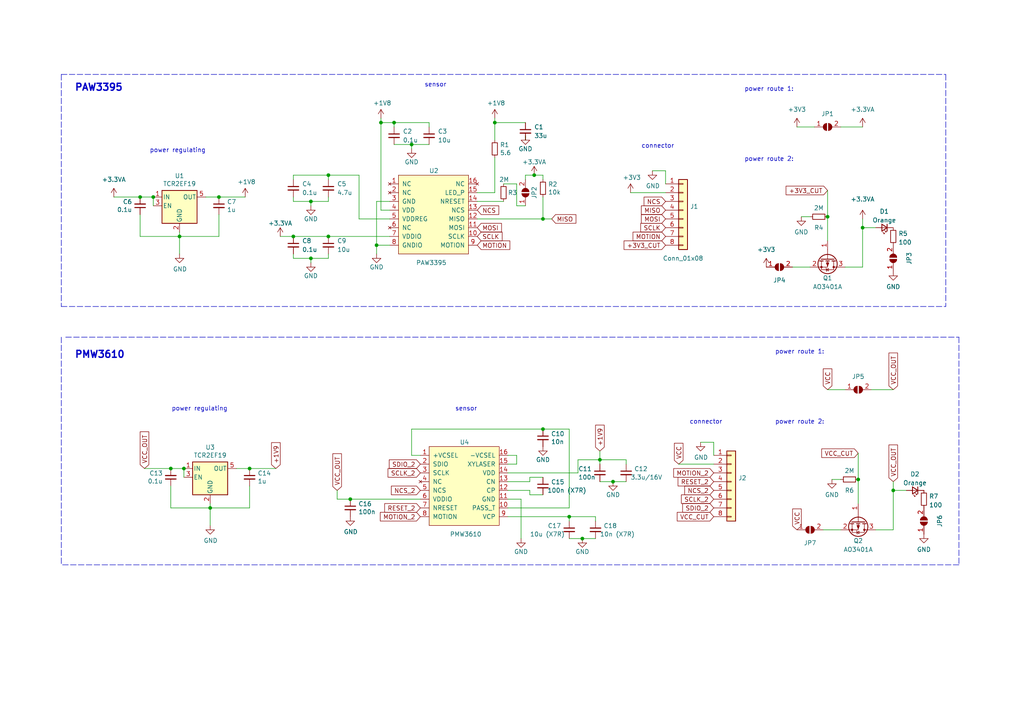
<source format=kicad_sch>
(kicad_sch (version 20211123) (generator eeschema)
  (paper "A4")
  (lib_symbols
    (symbol "Connector_Generic:Conn_01x08" (pin_names (offset 1.016) hide)
      (property "Reference" "J" (at 0 10.16 0))
      (property "Value" "Conn_01x08" (at 0 -12.7 0))
      (symbol "Conn_01x08_1_1"
        (rectangle (start -1.27 -10.033) (end 0 -10.287) (stroke (width 0.1524)))
        (rectangle (start -1.27 -7.493) (end 0 -7.747) (stroke (width 0.1524)))
        (rectangle (start -1.27 -4.953) (end 0 -5.207) (stroke (width 0.1524)))
        (rectangle (start -1.27 -2.413) (end 0 -2.667) (stroke (width 0.1524)))
        (rectangle (start -1.27 0.127) (end 0 -0.127) (stroke (width 0.1524)))
        (rectangle (start -1.27 2.667) (end 0 2.413) (stroke (width 0.1524)))
        (rectangle (start -1.27 5.207) (end 0 4.953) (stroke (width 0.1524)))
        (rectangle (start -1.27 7.747) (end 0 7.493) (stroke (width 0.1524)))
        (rectangle (start -1.27 8.89) (end 1.27 -11.43) (stroke (width 0.254)) (fill (type background)))
        (pin passive line (at -5.08 7.62 0) (length 3.81) (name "Pin_1") (number "1"))
        (pin passive line (at -5.08 5.08 0) (length 3.81) (name "Pin_2") (number "2"))
        (pin passive line (at -5.08 2.54 0) (length 3.81) (name "Pin_3") (number "3"))
        (pin passive line (at -5.08 0 0) (length 3.81) (name "Pin_4") (number "4"))
        (pin passive line (at -5.08 -2.54 0) (length 3.81) (name "Pin_5") (number "5"))
        (pin passive line (at -5.08 -5.08 0) (length 3.81) (name "Pin_6") (number "6"))
        (pin passive line (at -5.08 -7.62 0) (length 3.81) (name "Pin_7") (number "7"))
        (pin passive line (at -5.08 -10.16 0) (length 3.81) (name "Pin_8") (number "8"))
      )
    )
    (symbol "Device:C_Small" (pin_numbers hide) (pin_names (offset 0.254) hide)
      (property "Reference" "C" (at 0.254 1.778 0))
      (property "Value" "C_Small" (at 0.254 -2.032 0))
      (symbol "C_Small_0_1"
        (polyline (pts (xy -1.524 -0.508) (xy 1.524 -0.508)) (stroke (width 0.3302)))
        (polyline (pts (xy -1.524 0.508) (xy 1.524 0.508)) (stroke (width 0.3048)))
      )
      (symbol "C_Small_1_1"
        (pin passive line (at 0 2.54 270) (length 2.032) (name "~") (number "1"))
        (pin passive line (at 0 -2.54 90) (length 2.032) (name "~") (number "2"))
      )
    )
    (symbol "Device:LED_Small" (pin_numbers hide) (pin_names (offset 0.254) hide)
      (property "Reference" "D" (at -1.27 3.175 0))
      (property "Value" "LED_Small" (at -4.445 -2.54 0))
      (symbol "LED_Small_0_1"
        (polyline (pts (xy -0.762 -1.016) (xy -0.762 1.016)) (stroke (width 0.254)))
        (polyline (pts (xy 1.016 0) (xy -0.762 0)))
        (polyline (pts (xy 0.762 -1.016) (xy -0.762 0) (xy 0.762 1.016) (xy 0.762 -1.016)) (stroke (width 0.254)))
        (polyline (pts (xy 0 0.762) (xy -0.508 1.27) (xy -0.254 1.27) (xy -0.508 1.27) (xy -0.508 1.016)))
        (polyline (pts (xy 0.508 1.27) (xy 0 1.778) (xy 0.254 1.778) (xy 0 1.778) (xy 0 1.524)))
      )
      (symbol "LED_Small_1_1"
        (pin passive line (at -2.54 0 0) (length 1.778) (name "K") (number "1"))
        (pin passive line (at 2.54 0 180) (length 1.778) (name "A") (number "2"))
      )
    )
    (symbol "Device:R_Small" (pin_numbers hide) (pin_names (offset 0.254) hide)
      (property "Reference" "R" (at 0.762 0.508 0))
      (property "Value" "R_Small" (at 0.762 -1.016 0))
      (symbol "R_Small_0_1"
        (rectangle (start -0.762 1.778) (end 0.762 -1.778) (stroke (width 0.2032)))
      )
      (symbol "R_Small_1_1"
        (pin passive line (at 0 2.54 270) (length 0.762) (name "~") (number "1"))
        (pin passive line (at 0 -2.54 90) (length 0.762) (name "~") (number "2"))
      )
    )
    (symbol "Jumper:SolderJumper_2_Open" (pin_names (offset 0) hide)
      (property "Reference" "JP" (at 0 2.032 0))
      (property "Value" "SolderJumper_2_Open" (at 0 -2.54 0))
      (symbol "SolderJumper_2_Open_0_1"
        (arc (start -0.254 1.016) (mid -1.27 0) (end -0.254 -1.016))
        (arc (start -0.254 1.016) (mid -1.27 0) (end -0.254 -1.016) (fill (type outline)))
        (polyline (pts (xy -0.254 1.016) (xy -0.254 -1.016)))
        (polyline (pts (xy 0.254 1.016) (xy 0.254 -1.016)))
        (arc (start 0.254 -1.016) (mid 1.27 0) (end 0.254 1.016))
        (arc (start 0.254 -1.016) (mid 1.27 0) (end 0.254 1.016) (fill (type outline)))
      )
      (symbol "SolderJumper_2_Open_1_1"
        (pin passive line (at -3.81 0 0) (length 2.54) (name "A") (number "1"))
        (pin passive line (at 3.81 0 180) (length 2.54) (name "B") (number "2"))
      )
    )
    (symbol "Regulator_Linear:TLV70218_SOT23-5" (pin_names (offset 0.254))
      (property "Reference" "U" (at -3.81 5.715 0))
      (property "Value" "TLV70218_SOT23-5" (at 0 5.715 0))
      (symbol "TLV70218_SOT23-5_0_1"
        (rectangle (start -5.08 4.445) (end 5.08 -5.08) (stroke (width 0.254)) (fill (type background)))
      )
      (symbol "TLV70218_SOT23-5_1_1"
        (pin power_in line (at -7.62 2.54 0) (length 2.54) (name "IN") (number "1"))
        (pin power_in line (at 0 -7.62 90) (length 2.54) (name "GND") (number "2"))
        (pin input line (at -7.62 0 0) (length 2.54) (name "EN") (number "3"))
        (pin no_connect line (at 5.08 0 180) (length 2.54) hide (name "NC") (number "4"))
        (pin power_out line (at 7.62 2.54 180) (length 2.54) (name "OUT") (number "5"))
      )
    )
    (symbol "Transistor_FET:AO3401A" (pin_names hide)
      (property "Reference" "Q" (at 5.08 1.905 0))
      (property "Value" "AO3401A" (at 5.08 0 0))
      (symbol "AO3401A_0_1"
        (polyline (pts (xy 0.254 0) (xy -2.54 0)))
        (polyline (pts (xy 0.254 1.905) (xy 0.254 -1.905)) (stroke (width 0.254)))
        (polyline (pts (xy 0.762 -1.27) (xy 0.762 -2.286)) (stroke (width 0.254)))
        (polyline (pts (xy 0.762 0.508) (xy 0.762 -0.508)) (stroke (width 0.254)))
        (polyline (pts (xy 0.762 2.286) (xy 0.762 1.27)) (stroke (width 0.254)))
        (polyline (pts (xy 2.54 2.54) (xy 2.54 1.778)))
        (polyline (pts (xy 2.54 -2.54) (xy 2.54 0) (xy 0.762 0)))
        (polyline (pts (xy 0.762 1.778) (xy 3.302 1.778) (xy 3.302 -1.778) (xy 0.762 -1.778)))
        (polyline (pts (xy 2.286 0) (xy 1.27 0.381) (xy 1.27 -0.381) (xy 2.286 0)) (fill (type outline)))
        (polyline (pts (xy 2.794 -0.508) (xy 2.921 -0.381) (xy 3.683 -0.381) (xy 3.81 -0.254)))
        (polyline (pts (xy 3.302 -0.381) (xy 2.921 0.254) (xy 3.683 0.254) (xy 3.302 -0.381)))
        (circle (center 1.651 0) (radius 2.794) (stroke (width 0.254)))
        (circle (center 2.54 -1.778) (radius 0.254) (fill (type outline)))
        (circle (center 2.54 1.778) (radius 0.254) (fill (type outline)))
      )
      (symbol "AO3401A_1_1"
        (pin input line (at -5.08 0 0) (length 2.54) (name "G") (number "1"))
        (pin passive line (at 2.54 -5.08 90) (length 2.54) (name "S") (number "2"))
        (pin passive line (at 2.54 5.08 270) (length 2.54) (name "D") (number "3"))
      )
    )
    (symbol "mysymbol:PAW3395" (pin_names (offset 1.016))
      (property "Reference" "U?" (at -1.27 17.78 0))
      (property "Value" "PAW3395" (at 10.16 -12.7 0))
      (symbol "PAW3395_0_0"
        (pin no_connect line (at -12.7 10.16 0) (length 2.54) (name "NC") (number "1"))
        (pin unspecified line (at 12.7 -5.08 180) (length 2.54) (name "SCLK") (number "10"))
        (pin unspecified line (at 12.7 -2.54 180) (length 2.54) (name "MOSI") (number "11"))
        (pin unspecified line (at 12.7 0 180) (length 2.54) (name "MISO") (number "12"))
        (pin unspecified line (at 12.7 2.54 180) (length 2.54) (name "NCS") (number "13"))
        (pin unspecified line (at 12.7 5.08 180) (length 2.54) (name "NRESET") (number "14"))
        (pin unspecified line (at 12.7 7.62 180) (length 2.54) (name "LED_P") (number "15"))
        (pin no_connect line (at 12.7 10.16 180) (length 2.54) (name "NC") (number "16"))
        (pin no_connect line (at -12.7 7.62 0) (length 2.54) (name "NC") (number "2"))
        (pin unspecified line (at -12.7 5.08 0) (length 2.54) (name "GND") (number "3"))
        (pin unspecified line (at -12.7 2.54 0) (length 2.54) (name "VDD") (number "4"))
        (pin unspecified line (at -12.7 0 0) (length 2.54) (name "VDDREG") (number "5"))
        (pin no_connect line (at -12.7 -2.54 0) (length 2.54) (name "NC") (number "6"))
        (pin unspecified line (at -12.7 -5.08 0) (length 2.54) (name "VDDIO") (number "7"))
        (pin unspecified line (at -12.7 -7.62 0) (length 2.54) (name "GNDIO") (number "8"))
        (pin unspecified line (at 12.7 -7.62 180) (length 2.54) (name "MOTION") (number "9"))
      )
      (symbol "PAW3395_0_1"
        (rectangle (start -10.16 12.7) (end 10.16 -10.16) (fill (type background)))
      )
    )
    (symbol "mysymbol:PMW3610" (pin_names (offset 1.016))
      (property "Reference" "U?" (at -1.27 17.78 0))
      (property "Value" "PMW3610" (at 10.16 -12.7 0))
      (symbol "PMW3610_0_0"
        (pin input line (at -12.7 10.16 0) (length 2.54) (name "+VCSEL") (number "1"))
        (pin unspecified line (at 12.7 -5.08 180) (length 2.54) (name "PASS_T") (number "10"))
        (pin input line (at 12.7 -2.54 180) (length 2.54) (name "GND") (number "11"))
        (pin unspecified line (at 12.7 0 180) (length 2.54) (name "CP") (number "12"))
        (pin unspecified line (at 12.7 2.54 180) (length 2.54) (name "CN") (number "13"))
        (pin power_in line (at 12.7 5.08 180) (length 2.54) (name "VDD") (number "14"))
        (pin input line (at 12.7 7.62 180) (length 2.54) (name "XYLASER") (number "15"))
        (pin unspecified line (at 12.7 10.16 180) (length 2.54) (name "-VCSEL") (number "16"))
        (pin bidirectional line (at -12.7 7.62 0) (length 2.54) (name "SDIO") (number "2"))
        (pin input line (at -12.7 5.08 0) (length 2.54) (name "SCLK") (number "3"))
        (pin no_connect line (at -12.7 2.54 0) (length 2.54) (name "NC") (number "4"))
        (pin input line (at -12.7 0 0) (length 2.54) (name "NCS") (number "5"))
        (pin input line (at -12.7 -2.54 0) (length 2.54) (name "VDDIO") (number "6"))
        (pin input line (at -12.7 -5.08 0) (length 2.54) (name "NRESET") (number "7"))
        (pin output line (at -12.7 -7.62 0) (length 2.54) (name "MOTION") (number "8"))
        (pin unspecified line (at 12.7 -7.62 180) (length 2.54) (name "VCP") (number "9"))
      )
      (symbol "PMW3610_0_1"
        (rectangle (start -10.16 12.7) (end 10.16 -10.16) (fill (type background)))
      )
    )
    (symbol "power:+1V8" (power) (pin_names (offset 0))
      (property "Value" "+1V8" (at 0 3.556 0))
      (symbol "+1V8_0_1"
        (polyline (pts (xy -0.762 1.27) (xy 0 2.54)))
        (polyline (pts (xy 0 0) (xy 0 2.54)))
        (polyline (pts (xy 0 2.54) (xy 0.762 1.27)))
      )
      (symbol "+1V8_1_1"
        (pin power_in line (at 0 0 90) (length 0) hide (name "+1V8") (number "1"))
      )
    )
    (symbol "power:+3.3VA" (power) (pin_names (offset 0))
      (property "Value" "+3.3VA" (at 0 3.556 0))
      (symbol "+3.3VA_0_1"
        (polyline (pts (xy -0.762 1.27) (xy 0 2.54)))
        (polyline (pts (xy 0 0) (xy 0 2.54)))
        (polyline (pts (xy 0 2.54) (xy 0.762 1.27)))
      )
      (symbol "+3.3VA_1_1"
        (pin power_in line (at 0 0 90) (length 0) hide (name "+3.3VA") (number "1"))
      )
    )
    (symbol "power:+3V3" (power) (pin_names (offset 0))
      (property "Value" "+3V3" (at 0 3.556 0))
      (symbol "+3V3_0_1"
        (polyline (pts (xy -0.762 1.27) (xy 0 2.54)))
        (polyline (pts (xy 0 0) (xy 0 2.54)))
        (polyline (pts (xy 0 2.54) (xy 0.762 1.27)))
      )
      (symbol "+3V3_1_1"
        (pin power_in line (at 0 0 90) (length 0) hide (name "+3V3") (number "1"))
      )
    )
    (symbol "power:GND" (power) (pin_names (offset 0))
      (property "Value" "GND" (at 0 -3.81 0))
      (symbol "GND_0_1"
        (polyline (pts (xy 0 0) (xy 0 -1.27) (xy 1.27 -1.27) (xy 0 -2.54) (xy -1.27 -1.27) (xy 0 -1.27)))
      )
      (symbol "GND_1_1"
        (pin power_in line (at 0 0 270) (length 0) hide (name "GND") (number "1"))
      )
    )
  )
  (junction (at 240.03 62.865))
  (junction (at 90.17 58.42))
  (junction (at 177.8 139.7))
  (junction (at 157.48 124.46))
  (junction (at 259.08 142.24))
  (junction (at 60.96 147.32))
  (junction (at 119.38 41.91))
  (junction (at 157.48 63.5))
  (junction (at 101.6 144.78))
  (junction (at 90.17 74.93))
  (junction (at 49.53 135.89))
  (junction (at 53.34 135.89))
  (junction (at 52.07 68.58))
  (junction (at 168.91 156.21))
  (junction (at 248.92 139.065))
  (junction (at 44.45 57.15))
  (junction (at 72.39 135.89))
  (junction (at 40.64 57.15))
  (junction (at 110.49 35.56))
  (junction (at 143.51 35.56))
  (junction (at 95.25 50.8))
  (junction (at 109.22 71.12))
  (junction (at 63.5 57.15))
  (junction (at 85.09 68.58))
  (junction (at 95.25 68.58))
  (junction (at 250.19 66.04))
  (junction (at 114.3 35.56))
  (junction (at 165.1 149.86))
  (junction (at 173.99 133.35))
  (junction (at 154.94 50.8))
  (wire (pts (xy 110.49 35.56) (xy 110.49 60.96)))
  (wire (pts (xy 167.64 133.35) (xy 173.99 133.35)))
  (wire (pts (xy 165.1 147.32) (xy 165.1 124.46)))
  (wire (pts (xy 250.19 66.04) (xy 250.19 77.47)))
  (wire (pts (xy 109.22 71.12) (xy 113.03 71.12)))
  (wire (pts (xy 149.86 53.34) (xy 149.86 59.69)))
  (wire (pts (xy 40.64 57.15) (xy 44.45 57.15)))
  (wire (pts (xy 85.09 68.58) (xy 95.25 68.58)))
  (wire (pts (xy 119.38 41.91) (xy 124.46 41.91)))
  (wire (pts (xy 85.09 74.93) (xy 90.17 74.93)))
  (wire (pts (xy 49.53 147.32) (xy 60.96 147.32)))
  (wire (pts (xy 157.48 52.07) (xy 157.48 50.8)))
  (wire (pts (xy 259.08 139.7) (xy 259.08 142.24)))
  (wire (pts (xy 60.96 146.05) (xy 60.96 147.32)))
  (wire (pts (xy 157.48 124.46) (xy 119.38 124.46)))
  (polyline (pts (xy 17.78 21.59) (xy 17.78 88.9)))
  (wire (pts (xy 72.39 140.97) (xy 72.39 147.32)))
  (wire (pts (xy 85.09 58.42) (xy 90.17 58.42)))
  (wire (pts (xy 248.92 131.445) (xy 248.92 139.065)))
  (wire (pts (xy 147.32 137.16) (xy 167.64 137.16)))
  (wire (pts (xy 165.1 124.46) (xy 157.48 124.46)))
  (wire (pts (xy 90.17 74.93) (xy 90.17 76.2)))
  (wire (pts (xy 113.03 60.96) (xy 110.49 60.96)))
  (wire (pts (xy 147.32 149.86) (xy 165.1 149.86)))
  (polyline (pts (xy 17.78 88.9) (xy 274.32 88.9)))
  (wire (pts (xy 240.03 55.245) (xy 240.03 62.865)))
  (wire (pts (xy 152.4 50.8) (xy 154.94 50.8)))
  (wire (pts (xy 119.38 132.08) (xy 121.92 132.08)))
  (wire (pts (xy 240.03 62.865) (xy 240.03 69.85)))
  (wire (pts (xy 232.41 62.865) (xy 234.95 62.865)))
  (wire (pts (xy 182.88 55.88) (xy 193.04 55.88)))
  (polyline (pts (xy 278.13 97.79) (xy 278.13 163.83)))
  (wire (pts (xy 196.85 134.62) (xy 207.01 134.62)))
  (wire (pts (xy 81.28 68.58) (xy 85.09 68.58)))
  (wire (pts (xy 49.53 140.97) (xy 49.53 147.32)))
  (wire (pts (xy 95.25 57.15) (xy 95.25 58.42)))
  (wire (pts (xy 143.51 34.29) (xy 143.51 35.56)))
  (wire (pts (xy 40.64 62.23) (xy 40.64 68.58)))
  (polyline (pts (xy 17.78 21.59) (xy 274.32 21.59)))
  (wire (pts (xy 114.3 35.56) (xy 124.46 35.56)))
  (wire (pts (xy 250.19 63.5) (xy 250.19 66.04)))
  (wire (pts (xy 138.43 55.88) (xy 143.51 55.88)))
  (wire (pts (xy 85.09 57.15) (xy 85.09 58.42)))
  (wire (pts (xy 152.4 52.07) (xy 152.4 50.8)))
  (wire (pts (xy 259.08 142.24) (xy 259.08 153.67)))
  (wire (pts (xy 207.01 132.08) (xy 207.01 128.27)))
  (wire (pts (xy 157.48 50.8) (xy 154.94 50.8)))
  (wire (pts (xy 250.19 66.04) (xy 254 66.04)))
  (wire (pts (xy 231.14 36.83) (xy 236.22 36.83)))
  (wire (pts (xy 85.09 50.8) (xy 85.09 52.07)))
  (wire (pts (xy 250.19 36.83) (xy 243.84 36.83)))
  (wire (pts (xy 97.79 144.78) (xy 101.6 144.78)))
  (wire (pts (xy 173.99 133.35) (xy 173.99 134.62)))
  (wire (pts (xy 173.99 130.81) (xy 173.99 133.35)))
  (wire (pts (xy 259.08 142.24) (xy 262.89 142.24)))
  (wire (pts (xy 143.51 35.56) (xy 152.4 35.56)))
  (wire (pts (xy 110.49 35.56) (xy 114.3 35.56)))
  (wire (pts (xy 109.22 73.66) (xy 109.22 71.12)))
  (wire (pts (xy 110.49 35.56) (xy 110.49 34.29)))
  (wire (pts (xy 143.51 55.88) (xy 143.51 45.72)))
  (wire (pts (xy 157.48 57.15) (xy 157.48 63.5)))
  (wire (pts (xy 63.5 62.23) (xy 63.5 68.58)))
  (wire (pts (xy 97.79 142.24) (xy 97.79 144.78)))
  (wire (pts (xy 245.11 77.47) (xy 250.19 77.47)))
  (wire (pts (xy 165.1 149.86) (xy 165.1 151.13)))
  (wire (pts (xy 60.96 147.32) (xy 60.96 152.4)))
  (wire (pts (xy 90.17 74.93) (xy 95.25 74.93)))
  (wire (pts (xy 149.86 132.08) (xy 149.86 134.62)))
  (wire (pts (xy 181.61 133.35) (xy 181.61 134.62)))
  (wire (pts (xy 259.08 113.03) (xy 252.73 113.03)))
  (wire (pts (xy 173.99 139.7) (xy 177.8 139.7)))
  (wire (pts (xy 119.38 124.46) (xy 119.38 132.08)))
  (wire (pts (xy 165.1 156.21) (xy 168.91 156.21)))
  (wire (pts (xy 119.38 41.91) (xy 119.38 43.18)))
  (wire (pts (xy 151.13 144.78) (xy 151.13 156.21)))
  (polyline (pts (xy 278.13 163.83) (xy 17.78 163.83)))
  (wire (pts (xy 52.07 68.58) (xy 52.07 73.66)))
  (wire (pts (xy 63.5 68.58) (xy 52.07 68.58)))
  (wire (pts (xy 153.67 139.7) (xy 153.67 138.43)))
  (wire (pts (xy 85.09 73.66) (xy 85.09 74.93)))
  (wire (pts (xy 53.34 138.43) (xy 53.34 135.89)))
  (wire (pts (xy 172.72 149.86) (xy 172.72 151.13)))
  (wire (pts (xy 113.03 63.5) (xy 104.14 63.5)))
  (wire (pts (xy 49.53 135.89) (xy 53.34 135.89)))
  (wire (pts (xy 177.8 139.7) (xy 181.61 139.7)))
  (wire (pts (xy 44.45 59.69) (xy 44.45 57.15)))
  (wire (pts (xy 147.32 147.32) (xy 165.1 147.32)))
  (wire (pts (xy 193.04 53.34) (xy 193.04 49.53)))
  (wire (pts (xy 149.86 59.69) (xy 152.4 59.69)))
  (wire (pts (xy 146.05 53.34) (xy 149.86 53.34)))
  (wire (pts (xy 114.3 41.91) (xy 119.38 41.91)))
  (wire (pts (xy 114.3 35.56) (xy 114.3 36.83)))
  (wire (pts (xy 138.43 58.42) (xy 146.05 58.42)))
  (wire (pts (xy 52.07 67.31) (xy 52.07 68.58)))
  (wire (pts (xy 95.25 58.42) (xy 90.17 58.42)))
  (polyline (pts (xy 17.78 97.79) (xy 17.78 163.83)))
  (polyline (pts (xy 274.32 21.59) (xy 274.32 88.9)))
  (wire (pts (xy 193.04 49.53) (xy 189.23 49.53)))
  (wire (pts (xy 168.91 156.21) (xy 172.72 156.21)))
  (wire (pts (xy 124.46 35.56) (xy 124.46 36.83)))
  (polyline (pts (xy 19.05 97.79) (xy 278.13 97.79)))
  (wire (pts (xy 68.58 135.89) (xy 72.39 135.89)))
  (wire (pts (xy 101.6 144.78) (xy 121.92 144.78)))
  (wire (pts (xy 41.91 135.89) (xy 49.53 135.89)))
  (wire (pts (xy 80.01 135.89) (xy 72.39 135.89)))
  (wire (pts (xy 173.99 133.35) (xy 181.61 133.35)))
  (wire (pts (xy 109.22 58.42) (xy 109.22 71.12)))
  (wire (pts (xy 147.32 144.78) (xy 151.13 144.78)))
  (wire (pts (xy 147.32 132.08) (xy 149.86 132.08)))
  (wire (pts (xy 165.1 149.86) (xy 172.72 149.86)))
  (wire (pts (xy 59.69 57.15) (xy 63.5 57.15)))
  (wire (pts (xy 95.25 50.8) (xy 95.25 52.07)))
  (wire (pts (xy 71.12 57.15) (xy 63.5 57.15)))
  (wire (pts (xy 33.02 57.15) (xy 40.64 57.15)))
  (wire (pts (xy 138.43 63.5) (xy 157.48 63.5)))
  (wire (pts (xy 90.17 58.42) (xy 90.17 59.69)))
  (wire (pts (xy 95.25 50.8) (xy 104.14 50.8)))
  (wire (pts (xy 104.14 63.5) (xy 104.14 50.8)))
  (wire (pts (xy 147.32 139.7) (xy 153.67 139.7)))
  (wire (pts (xy 113.03 58.42) (xy 109.22 58.42)))
  (wire (pts (xy 95.25 73.66) (xy 95.25 74.93)))
  (wire (pts (xy 72.39 147.32) (xy 60.96 147.32)))
  (wire (pts (xy 95.25 68.58) (xy 113.03 68.58)))
  (wire (pts (xy 157.48 63.5) (xy 160.02 63.5)))
  (wire (pts (xy 248.92 139.065) (xy 248.92 146.05)))
  (wire (pts (xy 152.4 39.37) (xy 152.4 40.64)))
  (wire (pts (xy 153.67 143.51) (xy 157.48 143.51)))
  (wire (pts (xy 238.76 153.67) (xy 243.84 153.67)))
  (wire (pts (xy 254 153.67) (xy 259.08 153.67)))
  (wire (pts (xy 229.87 77.47) (xy 234.95 77.47)))
  (wire (pts (xy 85.09 50.8) (xy 95.25 50.8)))
  (wire (pts (xy 143.51 40.64) (xy 143.51 35.56)))
  (wire (pts (xy 241.3 139.065) (xy 243.84 139.065)))
  (wire (pts (xy 153.67 138.43) (xy 157.48 138.43)))
  (wire (pts (xy 207.01 128.27) (xy 203.2 128.27)))
  (wire (pts (xy 40.64 68.58) (xy 52.07 68.58)))
  (wire (pts (xy 167.64 137.16) (xy 167.64 133.35)))
  (wire (pts (xy 147.32 142.24) (xy 153.67 142.24)))
  (wire (pts (xy 147.32 134.62) (xy 149.86 134.62)))
  (wire (pts (xy 153.67 142.24) (xy 153.67 143.51)))
  (wire (pts (xy 240.03 113.03) (xy 245.11 113.03)))
  (text "PMW3610" (at 21.59 104.14 0) (effects (font (size 2 2) (thickness 0.4) bold) (justify left bottom)))
  (text "power regulating" (at 66.04 119.38 180) (effects (font (size 1.27 1.27)) (justify right bottom)))
  (text "power regulating" (at 59.69 44.45 180) (effects (font (size 1.27 1.27)) (justify right bottom)))
  (text "power route 2:" (at 224.79 123.19 0) (effects (font (size 1.27 1.27)) (justify left bottom)))
  (text "connector" (at 195.58 43.18 180) (effects (font (size 1.27 1.27)) (justify right bottom)))
  (text "sensor" (at 138.43 119.38 180) (effects (font (size 1.27 1.27)) (justify right bottom)))
  (text "connector" (at 209.55 123.19 180) (effects (font (size 1.27 1.27)) (justify right bottom)))
  (text "PAW3395" (at 21.59 26.67 0) (effects (font (size 2 2) (thickness 0.4) bold) (justify left bottom)))
  (text "power route 1:" (at 215.9 26.67 0) (effects (font (size 1.27 1.27)) (justify left bottom)))
  (text "power route 1:" (at 224.79 102.87 0) (effects (font (size 1.27 1.27)) (justify left bottom)))
  (text "power route 2:" (at 215.9 46.99 0) (effects (font (size 1.27 1.27)) (justify left bottom)))
  (text "sensor" (at 129.54 25.4 180) (effects (font (size 1.27 1.27)) (justify right bottom)))
  (global_label "VCC_OUT" (shape input) (at 259.08 139.7 90) (property "Intersheet References" "${INTERSHEET_REFS}" (effects hide)))
  (global_label "RESET_2" (shape input) (at 207.01 139.7 180) (property "Intersheet References" "${INTERSHEET_REFS}" (effects hide)))
  (global_label "VCC_OUT" (shape input) (at 259.08 113.03 90) (property "Intersheet References" "${INTERSHEET_REFS}" (effects hide)))
  (global_label "+3V3_CUT" (shape input) (at 240.03 55.245 180) (property "Intersheet References" "${INTERSHEET_REFS}" (effects hide)))
  (global_label "MOTION_2" (shape input) (at 121.92 149.86 180) (property "Intersheet References" "${INTERSHEET_REFS}" (effects hide)))
  (global_label "RESET_2" (shape input) (at 121.92 147.32 180) (property "Intersheet References" "${INTERSHEET_REFS}" (effects hide)))
  (global_label "NCS_2" (shape input) (at 121.92 142.24 180) (property "Intersheet References" "${INTERSHEET_REFS}" (effects hide)))
  (global_label "MOSI" (shape input) (at 193.04 63.5 180) (property "Intersheet References" "${INTERSHEET_REFS}" (effects hide)))
  (global_label "SDIO_2" (shape input) (at 121.92 134.62 180) (property "Intersheet References" "${INTERSHEET_REFS}" (effects hide)))
  (global_label "VCC_OUT" (shape input) (at 41.91 135.89 90) (property "Intersheet References" "${INTERSHEET_REFS}" (effects hide)))
  (global_label "SCLK" (shape input) (at 138.43 68.58 0) (property "Intersheet References" "${INTERSHEET_REFS}" (effects hide)))
  (global_label "VCC_OUT" (shape input) (at 97.79 142.24 90) (property "Intersheet References" "${INTERSHEET_REFS}" (effects hide)))
  (global_label "NCS" (shape input) (at 193.04 58.42 180) (property "Intersheet References" "${INTERSHEET_REFS}" (effects hide)))
  (global_label "MOTION_2" (shape input) (at 207.01 137.16 180) (property "Intersheet References" "${INTERSHEET_REFS}" (effects hide)))
  (global_label "+1V9" (shape input) (at 173.99 130.81 90) (property "Intersheet References" "${INTERSHEET_REFS}" (effects hide)))
  (global_label "NCS" (shape input) (at 138.43 60.96 0) (property "Intersheet References" "${INTERSHEET_REFS}" (effects hide)))
  (global_label "VCC" (shape input) (at 196.85 134.62 90) (property "Intersheet References" "${INTERSHEET_REFS}" (effects hide)))
  (global_label "VCC_CUT" (shape input) (at 207.01 149.86 180) (property "Intersheet References" "${INTERSHEET_REFS}" (effects hide)))
  (global_label "MOTION" (shape input) (at 193.04 68.58 180) (property "Intersheet References" "${INTERSHEET_REFS}" (effects hide)))
  (global_label "MOTION" (shape input) (at 138.43 71.12 0) (property "Intersheet References" "${INTERSHEET_REFS}" (effects hide)))
  (global_label "VCC" (shape input) (at 231.14 153.67 90) (property "Intersheet References" "${INTERSHEET_REFS}" (effects hide)))
  (global_label "VCC" (shape input) (at 240.03 113.03 90) (property "Intersheet References" "${INTERSHEET_REFS}" (effects hide)))
  (global_label "MISO" (shape input) (at 193.04 60.96 180) (property "Intersheet References" "${INTERSHEET_REFS}" (effects hide)))
  (global_label "+1V9" (shape input) (at 80.01 135.89 90) (property "Intersheet References" "${INTERSHEET_REFS}" (effects hide)))
  (global_label "MOSI" (shape input) (at 138.43 66.04 0) (property "Intersheet References" "${INTERSHEET_REFS}" (effects hide)))
  (global_label "SCLK_2" (shape input) (at 207.01 144.78 180) (property "Intersheet References" "${INTERSHEET_REFS}" (effects hide)))
  (global_label "NCS_2" (shape input) (at 207.01 142.24 180) (property "Intersheet References" "${INTERSHEET_REFS}" (effects hide)))
  (global_label "VCC_CUT" (shape input) (at 248.92 131.445 180) (property "Intersheet References" "${INTERSHEET_REFS}" (effects hide)))
  (global_label "+3V3_CUT" (shape input) (at 193.04 71.12 180) (property "Intersheet References" "${INTERSHEET_REFS}" (effects hide)))
  (global_label "MISO" (shape input) (at 160.02 63.5 0) (property "Intersheet References" "${INTERSHEET_REFS}" (effects hide)))
  (global_label "SCLK" (shape input) (at 193.04 66.04 180) (property "Intersheet References" "${INTERSHEET_REFS}" (effects hide)))
  (global_label "SDIO_2" (shape input) (at 207.01 147.32 180) (property "Intersheet References" "${INTERSHEET_REFS}" (effects hide)))
  (global_label "SCLK_2" (shape input) (at 121.92 137.16 180) (property "Intersheet References" "${INTERSHEET_REFS}" (effects hide)))
  (symbol (lib_id "Device:C_Small") (at 172.72 153.67 0) (unit 1)
    (property "Reference" "C18" (at 175.0568 152.5016 0) (effects (justify left)))
    (property "Value" " 10n (X7R)" (at 173.99 154.94 0) (effects (justify left)))
    (property "Footprint" "Capacitor_SMD:C_0603_1608Metric" (effects hide))
    (property "LCSC" "C19666" (effects hide))
  )
  (symbol (lib_id "Device:C_Small") (at 85.09 54.61 0) (unit 1)
    (property "Reference" "C4" (at 87.63 53.3462 0) (effects (justify left)))
    (property "Value" "0.1u" (at 87.63 55.8862 0) (effects (justify left)))
    (property "Footprint" "Capacitor_SMD:C_0603_1608Metric" (effects hide))
  )
  (symbol (lib_id "power:+1V8") (at 143.51 34.29 0) (unit 1)
    (property "Reference" "#PWR02" (effects hide))
    (property "Value" "+1V8" (at 143.891 29.8958 0))
  )
  (symbol (lib_id "power:+3.3VA") (at 154.94 50.8 0) (mirror y) (unit 1)
    (property "Reference" "#PWR08" (effects hide))
    (property "Value" "+3.3VA" (at 154.94 46.99 0))
  )
  (symbol (lib_id "power:GND") (at 90.17 76.2 0) (unit 1)
    (property "Reference" "#PWR018" (effects hide))
    (property "Value" "GND" (at 90.17 80.01 0))
  )
  (symbol (lib_id "Device:C_Small") (at 95.25 71.12 0) (unit 1)
    (property "Reference" "C9" (at 97.79 69.8562 0) (effects (justify left)))
    (property "Value" "10u" (at 97.79 72.3962 0) (effects (justify left)))
    (property "Footprint" "Capacitor_SMD:C_0603_1608Metric" (effects hide))
  )
  (symbol (lib_id "Device:C_Small") (at 157.48 127 0) (unit 1)
    (property "Reference" "C10" (at 159.8168 125.8316 0) (effects (justify left)))
    (property "Value" "10n" (at 159.8168 128.143 0) (effects (justify left)))
    (property "Footprint" "Capacitor_SMD:C_0603_1608Metric" (effects hide))
    (property "LCSC" "C19666" (effects hide))
  )
  (symbol (lib_id "power:+3V3") (at 222.25 77.47 0) (unit 1)
    (property "Reference" "#PWR019" (effects hide))
    (property "Value" "+3V3" (at 222.25 72.39 0))
  )
  (symbol (lib_id "Device:C_Small") (at 63.5 59.69 0) (unit 1)
    (property "Reference" "C7" (at 65.8368 58.5216 0) (effects (justify left)))
    (property "Value" "1u" (at 65.8368 60.833 0) (effects (justify left)))
    (property "Footprint" "Capacitor_SMD:C_0603_1608Metric" (effects hide))
    (property "LCSC" "C15849" (effects hide))
  )
  (symbol (lib_id "power:GND") (at 168.91 156.21 0) (unit 1)
    (property "Reference" "#PWR029" (effects hide))
    (property "Value" "GND" (at 168.91 160.02 0))
  )
  (symbol (lib_id "Device:C_Small") (at 49.53 138.43 0) (mirror x) (unit 1)
    (property "Reference" "C13" (at 47.2186 137.2616 0) (effects (justify right)))
    (property "Value" "0.1u" (at 47.2186 139.573 0) (effects (justify right)))
    (property "Footprint" "Capacitor_SMD:C_0603_1608Metric" (effects hide))
    (property "LCSC" "C14663" (effects hide))
  )
  (symbol (lib_id "power:GND") (at 151.13 156.21 0) (unit 1)
    (property "Reference" "#PWR028" (effects hide))
    (property "Value" "GND" (at 151.13 160.02 0))
  )
  (symbol (lib_id "Device:C_Small") (at 157.48 140.97 0) (unit 1)
    (property "Reference" "C15" (at 159.8168 139.8016 0) (effects (justify left)))
    (property "Value" " 100n (X7R)" (at 158.75 142.24 0) (effects (justify left)))
    (property "Footprint" "Capacitor_SMD:C_0603_1608Metric" (effects hide))
    (property "LCSC" "C19666" (effects hide))
  )
  (symbol (lib_id "power:GND") (at 157.48 129.54 0) (unit 1)
    (property "Reference" "#PWR022" (effects hide))
    (property "Value" "GND" (at 157.48 133.35 0))
  )
  (symbol (lib_id "Regulator_Linear:TLV70218_SOT23-5") (at 52.07 59.69 0) (unit 1)
    (property "Reference" "U1" (at 52.07 51.0032 0))
    (property "Value" "TCR2EF19" (at 52.07 53.3146 0))
    (property "Footprint" "Package_TO_SOT_SMD:SOT-23-5" (effects hide))
    (property "LCSC" "C146366" (effects hide))
  )
  (symbol (lib_id "Device:C_Small") (at 101.6 147.32 0) (unit 1)
    (property "Reference" "C16" (at 103.9368 146.1516 0) (effects (justify left)))
    (property "Value" "100n" (at 103.9368 148.463 0) (effects (justify left)))
    (property "Footprint" "Capacitor_SMD:C_0603_1608Metric" (effects hide))
    (property "LCSC" "C19666" (effects hide))
  )
  (symbol (lib_id "power:GND") (at 267.97 154.94 0) (unit 1)
    (property "Reference" "#PWR027" (effects hide))
    (property "Value" "GND" (at 267.97 159.3834 0))
  )
  (symbol (lib_id "Transistor_FET:AO3401A") (at 240.03 74.93 270) (unit 1)
    (property "Reference" "Q1" (at 240.03 80.645 90))
    (property "Value" "AO3401A" (at 240.03 83.185 90))
    (property "Footprint" "Package_TO_SOT_SMD:SOT-23" (effects hide))
    (property "Datasheet" "http://www.aosmd.com/pdfs/datasheet/AO3401A.pdf" (effects hide))
    (property "LCSC Part Number" "C15127" (effects hide))
  )
  (symbol (lib_id "power:+3.3VA") (at 250.19 36.83 0) (unit 1)
    (property "Reference" "#PWR04" (effects hide))
    (property "Value" "+3.3VA" (at 250.19 31.75 0))
  )
  (symbol (lib_id "Device:R_Small") (at 146.05 55.88 0) (unit 1)
    (property "Reference" "R3" (at 147.32 55.88 0) (effects (justify left)))
    (property "Value" "2M" (at 144.78 52.07 0) (effects (justify left)))
    (property "Footprint" "Resistor_SMD:R_0603_1608Metric" (effects hide))
    (property "LCSC" "C25804" (effects hide))
  )
  (symbol (lib_id "power:+1V8") (at 110.49 34.29 0) (unit 1)
    (property "Reference" "#PWR01" (effects hide))
    (property "Value" "+1V8" (at 110.871 29.8958 0))
  )
  (symbol (lib_id "power:GND") (at 259.08 78.74 0) (unit 1)
    (property "Reference" "#PWR020" (effects hide))
    (property "Value" "GND" (at 259.08 83.1834 0))
  )
  (symbol (lib_id "Device:C_Small") (at 114.3 39.37 0) (unit 1)
    (property "Reference" "C2" (at 116.84 38.1062 0) (effects (justify left)))
    (property "Value" "0.1u" (at 116.84 40.6462 0) (effects (justify left)))
    (property "Footprint" "Capacitor_SMD:C_0603_1608Metric" (effects hide))
  )
  (symbol (lib_id "mysymbol:PMW3610") (at 134.62 142.24 0) (unit 1)
    (property "Reference" "U4" (at 133.35 128.27 0) (effects (justify left)))
    (property "Value" "PMW3610" (at 139.7 154.94 0) (effects (justify right)))
    (property "Footprint" "mylib:PMW3610" (effects hide))
  )
  (symbol (lib_id "Jumper:SolderJumper_2_Open") (at 259.08 74.93 90) (unit 1)
    (property "Reference" "JP3" (at 263.6688 74.93 0))
    (property "Value" "SolderJumper_2_Open" (effects hide))
    (property "Footprint" "Jumper:SolderJumper-2_P1.3mm_Open_TrianglePad1.0x1.5mm" (effects hide))
  )
  (symbol (lib_id "Device:R_Small") (at 157.48 54.61 0) (unit 1)
    (property "Reference" "R2" (at 158.9786 53.4416 0) (effects (justify left)))
    (property "Value" "10k" (at 158.9786 55.753 0) (effects (justify left)))
    (property "Footprint" "Resistor_SMD:R_0603_1608Metric" (effects hide))
    (property "LCSC" "C25804" (effects hide))
  )
  (symbol (lib_id "Connector_Generic:Conn_01x08") (at 212.09 139.7 0) (unit 1)
    (property "Reference" "J2" (at 214.122 138.6332 0) (effects (justify left)))
    (property "Value" "Conn_01x08" (effects hide))
    (property "Footprint" "Connector_PinHeader_2.54mm:PinHeader_1x08_P2.54mm_Vertical" (effects hide))
  )
  (symbol (lib_id "Jumper:SolderJumper_2_Open") (at 240.03 36.83 0) (unit 1)
    (property "Reference" "JP1" (at 240.03 33.02 0))
    (property "Value" "SolderJumper_2_Open" (effects hide))
    (property "Footprint" "Jumper:SolderJumper-2_P1.3mm_Open_RoundedPad1.0x1.5mm" (effects hide))
  )
  (symbol (lib_id "Jumper:SolderJumper_2_Open") (at 152.4 55.88 90) (unit 1)
    (property "Reference" "JP2" (at 154.94 55.88 0))
    (property "Value" "SolderJumper_2_Open" (effects hide))
    (property "Footprint" "Jumper:SolderJumper-2_P1.3mm_Open_TrianglePad1.0x1.5mm" (effects hide))
  )
  (symbol (lib_id "power:GND") (at 152.4 39.37 0) (unit 1)
    (property "Reference" "#PWR05" (effects hide))
    (property "Value" "GND" (at 152.4 43.18 0))
  )
  (symbol (lib_id "Device:C_Small") (at 173.99 137.16 0) (mirror y) (unit 1)
    (property "Reference" "C11" (at 171.6532 135.9916 0) (effects (justify left)))
    (property "Value" "100n" (at 172.72 138.43 0) (effects (justify left)))
    (property "Footprint" "Capacitor_SMD:C_0603_1608Metric" (effects hide))
    (property "LCSC" "C19666" (effects hide))
  )
  (symbol (lib_id "Transistor_FET:AO3401A") (at 248.92 151.13 270) (unit 1)
    (property "Reference" "Q2" (at 248.92 156.845 90))
    (property "Value" "AO3401A" (at 248.92 159.385 90))
    (property "Footprint" "Package_TO_SOT_SMD:SOT-23" (effects hide))
    (property "Datasheet" "http://www.aosmd.com/pdfs/datasheet/AO3401A.pdf" (effects hide))
    (property "LCSC Part Number" "C15127" (effects hide))
  )
  (symbol (lib_id "Device:R_Small") (at 237.49 62.865 90) (unit 1)
    (property "Reference" "R4" (at 237.49 66.04 90))
    (property "Value" "2M" (at 237.49 60.325 90))
    (property "Footprint" "Resistor_SMD:R_0603_1608Metric" (effects hide))
    (property "LCSC Part Number" "C26112" (effects hide))
  )
  (symbol (lib_id "power:+3.3VA") (at 33.02 57.15 0) (unit 1)
    (property "Reference" "#PWR010" (effects hide))
    (property "Value" "+3.3VA" (at 33.02 52.07 0))
  )
  (symbol (lib_id "power:GND") (at 52.07 73.66 0) (unit 1)
    (property "Reference" "#PWR016" (effects hide))
    (property "Value" "GND" (at 52.197 78.0542 0))
  )
  (symbol (lib_id "Jumper:SolderJumper_2_Open") (at 248.92 113.03 0) (unit 1)
    (property "Reference" "JP5" (at 248.92 109.22 0))
    (property "Value" "SolderJumper_2_Open" (effects hide))
    (property "Footprint" "Jumper:SolderJumper-2_P1.3mm_Open_RoundedPad1.0x1.5mm" (effects hide))
  )
  (symbol (lib_id "Device:C_Small") (at 95.25 54.61 0) (unit 1)
    (property "Reference" "C5" (at 97.79 53.3462 0) (effects (justify left)))
    (property "Value" "4.7u" (at 97.79 55.8862 0) (effects (justify left)))
    (property "Footprint" "Capacitor_SMD:C_0603_1608Metric" (effects hide))
  )
  (symbol (lib_id "Device:LED_Small") (at 265.43 142.24 180) (unit 1)
    (property "Reference" "D2" (at 265.3665 137.5242 0))
    (property "Value" "Orange" (at 265.3665 140.0611 0))
    (property "Footprint" "LED_SMD:LED_0603_1608Metric" (effects hide))
    (property "LCSC Part Number" "C401114" (effects hide))
  )
  (symbol (lib_id "power:+3.3VA") (at 81.28 68.58 0) (unit 1)
    (property "Reference" "#PWR015" (effects hide))
    (property "Value" "+3.3VA" (at 81.28 64.77 0))
  )
  (symbol (lib_id "Connector_Generic:Conn_01x08") (at 198.12 60.96 0) (unit 1)
    (property "Reference" "J1" (at 200.152 59.8932 0) (effects (justify left)))
    (property "Value" "Conn_01x08" (at 198.12 74.93 0))
    (property "Footprint" "Connector_PinHeader_2.54mm:PinHeader_1x08_P2.54mm_Vertical" (effects hide))
  )
  (symbol (lib_id "power:GND") (at 101.6 149.86 0) (unit 1)
    (property "Reference" "#PWR025" (effects hide))
    (property "Value" "GND" (at 101.727 154.2542 0))
  )
  (symbol (lib_id "power:GND") (at 109.22 73.66 0) (unit 1)
    (property "Reference" "#PWR017" (effects hide))
    (property "Value" "GND" (at 109.22 77.47 0))
  )
  (symbol (lib_id "power:GND") (at 60.96 152.4 0) (unit 1)
    (property "Reference" "#PWR026" (effects hide))
    (property "Value" "GND" (at 61.087 156.7942 0))
  )
  (symbol (lib_id "power:GND") (at 177.8 139.7 0) (unit 1)
    (property "Reference" "#PWR024" (effects hide))
    (property "Value" "GND" (at 177.8 143.51 0))
  )
  (symbol (lib_id "Device:C_Small") (at 40.64 59.69 0) (mirror x) (unit 1)
    (property "Reference" "C6" (at 38.3286 58.5216 0) (effects (justify right)))
    (property "Value" "0.1u" (at 38.3286 60.833 0) (effects (justify right)))
    (property "Footprint" "Capacitor_SMD:C_0603_1608Metric" (effects hide))
    (property "LCSC" "C14663" (effects hide))
  )
  (symbol (lib_id "Jumper:SolderJumper_2_Open") (at 267.97 151.13 90) (unit 1)
    (property "Reference" "JP6" (at 272.5588 151.13 0))
    (property "Value" "SolderJumper_2_Open" (effects hide))
    (property "Footprint" "Jumper:SolderJumper-2_P1.3mm_Open_TrianglePad1.0x1.5mm" (effects hide))
  )
  (symbol (lib_id "power:GND") (at 241.3 139.065 0) (mirror y) (unit 1)
    (property "Reference" "#PWR023" (effects hide))
    (property "Value" "GND" (at 241.3 143.5084 0))
  )
  (symbol (lib_id "power:GND") (at 189.23 49.53 0) (unit 1)
    (property "Reference" "#PWR07" (effects hide))
    (property "Value" "GND" (at 189.357 53.9242 0))
  )
  (symbol (lib_id "power:GND") (at 203.2 128.27 0) (unit 1)
    (property "Reference" "#PWR021" (effects hide))
    (property "Value" "GND" (at 203.327 132.6642 0))
  )
  (symbol (lib_id "Device:R_Small") (at 143.51 43.18 0) (unit 1)
    (property "Reference" "R1" (at 145.0086 42.0116 0) (effects (justify left)))
    (property "Value" "5.6" (at 145.0086 44.323 0) (effects (justify left)))
    (property "Footprint" "Resistor_SMD:R_0603_1608Metric" (effects hide))
    (property "LCSC" "C137733" (effects hide))
  )
  (symbol (lib_id "Jumper:SolderJumper_2_Open") (at 226.06 77.47 0) (unit 1)
    (property "Reference" "JP4" (at 226.06 81.28 0))
    (property "Value" "SolderJumper_2_Open" (effects hide))
    (property "Footprint" "Jumper:SolderJumper-2_P1.3mm_Open_RoundedPad1.0x1.5mm" (effects hide))
  )
  (symbol (lib_id "Device:C_Small") (at 152.4 38.1 0) (unit 1)
    (property "Reference" "C1" (at 154.94 36.8362 0) (effects (justify left)))
    (property "Value" "33u" (at 154.94 39.3762 0) (effects (justify left)))
    (property "Footprint" "Capacitor_SMD:C_0603_1608Metric" (effects hide))
  )
  (symbol (lib_id "Device:LED_Small") (at 256.54 66.04 180) (unit 1)
    (property "Reference" "D1" (at 256.4765 61.3242 0))
    (property "Value" "Orange" (at 256.4765 63.8611 0))
    (property "Footprint" "LED_SMD:LED_0603_1608Metric" (effects hide))
    (property "LCSC Part Number" "C401114" (effects hide))
  )
  (symbol (lib_id "power:+3V3") (at 231.14 36.83 0) (unit 1)
    (property "Reference" "#PWR03" (effects hide))
    (property "Value" "+3V3" (at 231.14 31.75 0))
  )
  (symbol (lib_id "Device:R_Small") (at 246.38 139.065 90) (unit 1)
    (property "Reference" "R6" (at 246.38 142.24 90))
    (property "Value" "2M" (at 246.38 136.525 90))
    (property "Footprint" "Resistor_SMD:R_0603_1608Metric" (effects hide))
    (property "LCSC Part Number" "C26112" (effects hide))
  )
  (symbol (lib_id "power:GND") (at 119.38 43.18 0) (unit 1)
    (property "Reference" "#PWR06" (effects hide))
    (property "Value" "GND" (at 119.38 46.99 0))
  )
  (symbol (lib_id "Regulator_Linear:TLV70218_SOT23-5") (at 60.96 138.43 0) (unit 1)
    (property "Reference" "U3" (at 60.96 129.7432 0))
    (property "Value" "TCR2EF19" (at 60.96 132.0546 0))
    (property "Footprint" "Package_TO_SOT_SMD:SOT-23-5" (effects hide))
    (property "LCSC" "C146366" (effects hide))
  )
  (symbol (lib_id "power:GND") (at 90.17 59.69 0) (unit 1)
    (property "Reference" "#PWR012" (effects hide))
    (property "Value" "GND" (at 90.17 63.5 0))
  )
  (symbol (lib_id "Jumper:SolderJumper_2_Open") (at 234.95 153.67 0) (unit 1)
    (property "Reference" "JP7" (at 234.95 157.48 0))
    (property "Value" "SolderJumper_2_Open" (effects hide))
    (property "Footprint" "Jumper:SolderJumper-2_P1.3mm_Open_RoundedPad1.0x1.5mm" (effects hide))
  )
  (symbol (lib_id "Device:C_Small") (at 85.09 71.12 0) (unit 1)
    (property "Reference" "C8" (at 87.63 69.8562 0) (effects (justify left)))
    (property "Value" "0.1u" (at 87.63 72.3962 0) (effects (justify left)))
    (property "Footprint" "Capacitor_SMD:C_0603_1608Metric" (effects hide))
  )
  (symbol (lib_id "Device:R_Small") (at 267.97 144.78 0) (unit 1)
    (property "Reference" "R7" (at 269.4686 143.9453 0) (effects (justify left)))
    (property "Value" "100" (at 269.4686 146.4822 0) (effects (justify left)))
    (property "Footprint" "Resistor_SMD:R_0603_1608Metric" (effects hide))
    (property "LCSC Part Number" "C22775" (effects hide))
  )
  (symbol (lib_id "Device:C_Small") (at 165.1 153.67 0) (mirror y) (unit 1)
    (property "Reference" "C17" (at 162.7632 152.5016 0) (effects (justify left)))
    (property "Value" " 10u (X7R)" (at 163.83 154.94 0) (effects (justify left)))
    (property "Footprint" "Capacitor_SMD:C_0603_1608Metric" (effects hide))
    (property "LCSC" "C19666" (effects hide))
  )
  (symbol (lib_id "power:+3.3VA") (at 250.19 63.5 0) (unit 1)
    (property "Reference" "#PWR014" (effects hide))
    (property "Value" "+3.3VA" (at 250.19 57.785 0))
  )
  (symbol (lib_id "Device:C_Small") (at 124.46 39.37 0) (unit 1)
    (property "Reference" "C3" (at 127 38.1062 0) (effects (justify left)))
    (property "Value" "10u" (at 127 40.6462 0) (effects (justify left)))
    (property "Footprint" "Capacitor_SMD:C_0603_1608Metric" (effects hide))
  )
  (symbol (lib_id "power:+3V3") (at 182.88 55.88 0) (unit 1)
    (property "Reference" "#PWR09" (effects hide))
    (property "Value" "+3V3" (at 183.261 51.4858 0))
  )
  (symbol (lib_id "power:+1V8") (at 71.12 57.15 0) (unit 1)
    (property "Reference" "#PWR011" (effects hide))
    (property "Value" "+1V8" (at 71.501 52.7558 0))
  )
  (symbol (lib_id "Device:R_Small") (at 259.08 68.58 0) (unit 1)
    (property "Reference" "R5" (at 260.5786 67.7453 0) (effects (justify left)))
    (property "Value" "100" (at 260.5786 70.2822 0) (effects (justify left)))
    (property "Footprint" "Resistor_SMD:R_0603_1608Metric" (effects hide))
    (property "LCSC Part Number" "C22775" (effects hide))
  )
  (symbol (lib_id "Device:C_Small") (at 72.39 138.43 0) (unit 1)
    (property "Reference" "C14" (at 74.7268 137.2616 0) (effects (justify left)))
    (property "Value" "1u" (at 74.7268 139.573 0) (effects (justify left)))
    (property "Footprint" "Capacitor_SMD:C_0603_1608Metric" (effects hide))
    (property "LCSC" "C15849" (effects hide))
  )
  (symbol (lib_id "Device:C_Small") (at 181.61 137.16 0) (unit 1)
    (property "Reference" "C12" (at 183.9468 135.9916 0) (effects (justify left)))
    (property "Value" "3.3u/16V" (at 182.88 138.43 0) (effects (justify left)))
    (property "Footprint" "Capacitor_SMD:C_0603_1608Metric" (effects hide))
    (property "LCSC" "C19666" (effects hide))
  )
  (symbol (lib_id "mysymbol:PAW3395") (at 125.73 63.5 0) (unit 1)
    (property "Reference" "U2" (at 124.46 49.53 0) (effects (justify left)))
    (property "Value" "PAW3395" (at 129.54 76.2 0) (effects (justify right)))
    (property "Footprint" "mylib:PAW3395" (effects hide))
  )
  (symbol (lib_id "power:GND") (at 232.41 62.865 0) (mirror y) (unit 1)
    (property "Reference" "#PWR013" (effects hide))
    (property "Value" "GND" (at 232.41 67.3084 0))
  )
)
</source>
